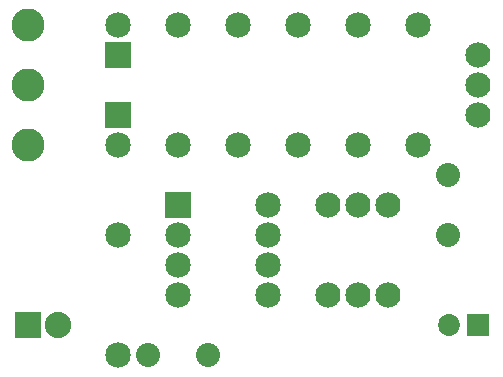
<source format=gbs>
G04 MADE WITH FRITZING*
G04 WWW.FRITZING.ORG*
G04 SINGLE SIDED*
G04 HOLES NOT PLATED*
G04 CONTOUR ON CENTER OF CONTOUR VECTOR*
%ASAXBY*%
%FSLAX23Y23*%
%MOIN*%
%OFA0B0*%
%SFA1.0B1.0*%
%ADD10C,0.085000*%
%ADD11C,0.084000*%
%ADD12C,0.088000*%
%ADD13C,0.072992*%
%ADD14C,0.109583*%
%ADD15C,0.080000*%
%ADD16R,0.085000X0.085000*%
%ADD17R,0.088000X0.088000*%
%ADD18R,0.072992X0.072992*%
%LNMASK0*%
G90*
G70*
G54D10*
X700Y700D03*
X1000Y700D03*
X700Y600D03*
X1000Y600D03*
X700Y500D03*
X1000Y500D03*
X700Y400D03*
X1000Y400D03*
X500Y1200D03*
X500Y1300D03*
X500Y1000D03*
X500Y900D03*
X1500Y900D03*
X1500Y1300D03*
X900Y900D03*
X900Y1300D03*
X1100Y900D03*
X1100Y1300D03*
X700Y900D03*
X700Y1300D03*
X500Y600D03*
X500Y200D03*
X1300Y1300D03*
X1300Y900D03*
G54D11*
X1200Y400D03*
X1300Y400D03*
X1400Y400D03*
X1200Y700D03*
X1300Y700D03*
X1400Y700D03*
G54D12*
X200Y300D03*
X300Y300D03*
G54D13*
X1700Y300D03*
X1602Y300D03*
G54D14*
X200Y1300D03*
X200Y1100D03*
X200Y900D03*
G54D15*
X600Y200D03*
X800Y200D03*
X1600Y800D03*
X1600Y600D03*
G54D11*
X1700Y1200D03*
X1700Y1100D03*
X1700Y1000D03*
G54D16*
X700Y700D03*
X500Y1200D03*
X500Y1000D03*
G54D17*
X200Y300D03*
G54D18*
X1700Y300D03*
G04 End of Mask0*
M02*
</source>
